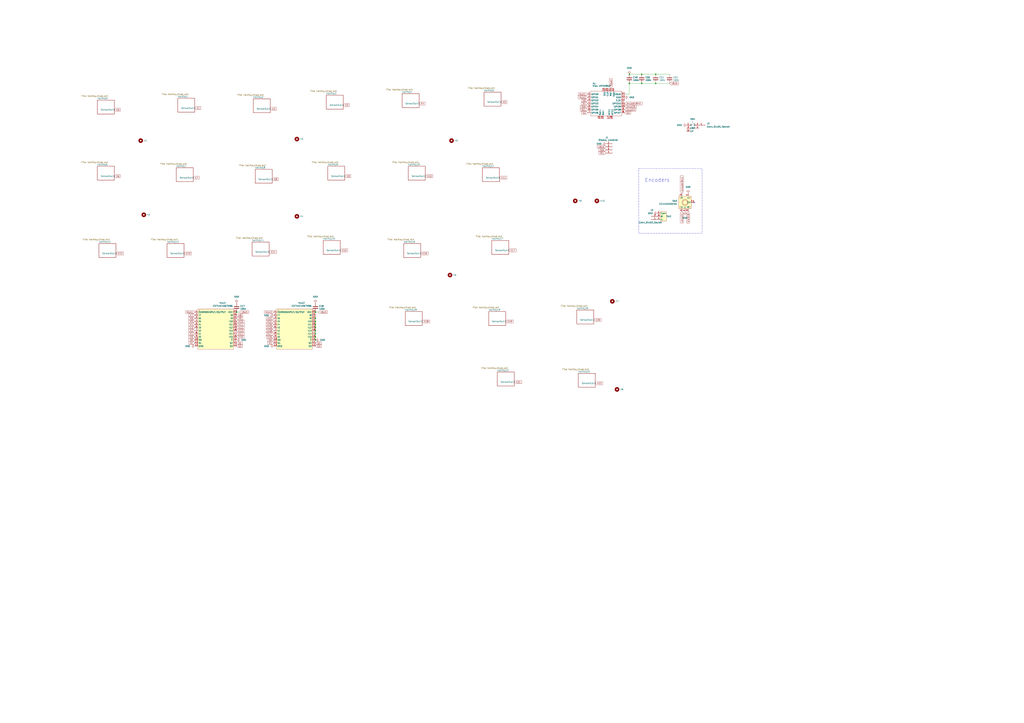
<source format=kicad_sch>
(kicad_sch (version 20250114) (generator "eeschema") (generator_version "9.0")
  (paper "A1")
  (lib_symbols
    (symbol "Connector:Conn_01x01_Socket" (pin_names (offset 1.016) (hide yes))
      (property "Reference" "J" (at 0 2.54 0))
      (property "Value" "Conn_01x01_Socket" (at 0 -2.54 0))
      (symbol "Conn_01x01_Socket_1_1"
        (polyline (pts (xy -1.27 0) (xy -0.508 0)) (stroke (width 0.1524)))
        (arc (start 0 -0.508) (mid -0.5058 0) (end 0 0.508) (stroke (width 0.1524)))
        (pin passive line (at -5.08 0 0) (length 3.81) (name "Pin_1") (number "1"))
      )
    )
    (symbol "Connector:Conn_01x02_Socket" (pin_names (offset 1.016) (hide yes))
      (property "Reference" "J" (at 0 2.54 0))
      (property "Value" "Conn_01x02_Socket" (at 0 -5.08 0))
      (symbol "Conn_01x02_Socket_1_1"
        (polyline (pts (xy -1.27 0) (xy -0.508 0)) (stroke (width 0.1524)))
        (polyline (pts (xy -1.27 -2.54) (xy -0.508 -2.54)) (stroke (width 0.1524)))
        (arc (start 0 -0.508) (mid -0.5058 0) (end 0 0.508) (stroke (width 0.1524)))
        (arc (start 0 -3.048) (mid -0.5058 -2.54) (end 0 -2.032) (stroke (width 0.1524)))
        (pin passive line (at -5.08 0 0) (length 3.81) (name "Pin_1") (number "1"))
        (pin passive line (at -5.08 -2.54 0) (length 3.81) (name "Pin_2") (number "2"))
      )
    )
    (symbol "Connector:Conn_01x04_Socket" (pin_names (offset 1.016) (hide yes))
      (property "Reference" "J" (at 0 5.08 0))
      (property "Value" "Conn_01x04_Socket" (at 0 -7.62 0))
      (symbol "Conn_01x04_Socket_1_1"
        (polyline (pts (xy -1.27 2.54) (xy -0.508 2.54)) (stroke (width 0.1524)))
        (polyline (pts (xy -1.27 0) (xy -0.508 0)) (stroke (width 0.1524)))
        (polyline (pts (xy -1.27 -2.54) (xy -0.508 -2.54)) (stroke (width 0.1524)))
        (polyline (pts (xy -1.27 -5.08) (xy -0.508 -5.08)) (stroke (width 0.1524)))
        (arc (start 0 2.032) (mid -0.5058 2.54) (end 0 3.048) (stroke (width 0.1524)))
        (arc (start 0 -0.508) (mid -0.5058 0) (end 0 0.508) (stroke (width 0.1524)))
        (arc (start 0 -3.048) (mid -0.5058 -2.54) (end 0 -2.032) (stroke (width 0.1524)))
        (arc (start 0 -5.588) (mid -0.5058 -5.08) (end 0 -4.572) (stroke (width 0.1524)))
        (pin passive line (at -5.08 2.54 0) (length 3.81) (name "Pin_1") (number "1"))
        (pin passive line (at -5.08 0 0) (length 3.81) (name "Pin_2") (number "2"))
        (pin passive line (at -5.08 -2.54 0) (length 3.81) (name "Pin_3") (number "3"))
        (pin passive line (at -5.08 -5.08 0) (length 3.81) (name "Pin_4") (number "4"))
      )
    )
    (symbol "Device:C" (pin_numbers (hide yes)) (pin_names (offset 0.254))
      (property "Reference" "C" (at 0.635 2.54 0))
      (property "Value" "C" (at 0.635 -2.54 0))
      (symbol "C_0_1"
        (polyline (pts (xy -2.032 0.762) (xy 2.032 0.762)) (stroke (width 0.508)))
        (polyline (pts (xy -2.032 -0.762) (xy 2.032 -0.762)) (stroke (width 0.508)))
      )
      (symbol "C_1_1"
        (pin passive line (at 0 3.81 270) (length 2.794) (name "~") (number "1"))
        (pin passive line (at 0 -3.81 90) (length 2.794) (name "~") (number "2"))
      )
    )
    (symbol "GND_1" (power) (pin_numbers (hide yes)) (pin_names (offset 0) (hide yes))
      (property "Value" "GND" (at 0 -3.81 0))
      (symbol "GND_1_0_1"
        (polyline (pts (xy 0 0) (xy 0 -1.27) (xy 1.27 -1.27) (xy 0 -2.54) (xy -1.27 -1.27) (xy 0 -1.27)))
      )
      (symbol "GND_1_1_1"
        (pin power_in line (at 0 0 270) (length 0) (name "~") (number "1"))
      )
    )
    (symbol "GND_2" (power) (pin_numbers (hide yes)) (pin_names (offset 0) (hide yes))
      (property "Value" "GND" (at 0 -3.81 0))
      (symbol "GND_2_0_1"
        (polyline (pts (xy 0 0) (xy 0 -1.27) (xy 1.27 -1.27) (xy 0 -2.54) (xy -1.27 -1.27) (xy 0 -1.27)))
      )
      (symbol "GND_2_1_1"
        (pin power_in line (at 0 0 270) (length 0) (name "~") (number "1"))
      )
    )
    (symbol "GND_3" (power) (pin_numbers (hide yes)) (pin_names (offset 0) (hide yes))
      (property "Value" "GND" (at 0 -3.81 0))
      (symbol "GND_3_0_1"
        (polyline (pts (xy 0 0) (xy 0 -1.27) (xy 1.27 -1.27) (xy 0 -2.54) (xy -1.27 -1.27) (xy 0 -1.27)))
      )
      (symbol "GND_3_1_1"
        (pin power_in line (at 0 0 270) (length 0) (name "~") (number "1"))
      )
    )
    (symbol "GND_4" (power) (pin_numbers (hide yes)) (pin_names (offset 0) (hide yes))
      (property "Value" "GND" (at 0 -3.81 0))
      (symbol "GND_4_0_1"
        (polyline (pts (xy 0 0) (xy 0 -1.27) (xy 1.27 -1.27) (xy 0 -2.54) (xy -1.27 -1.27) (xy 0 -1.27)))
      )
      (symbol "GND_4_1_1"
        (pin power_in line (at 0 0 270) (length 0) (name "~") (number "1"))
      )
    )
    (symbol "Mechanical:MountingHole" (pin_names (offset 1.016))
      (property "Reference" "H" (at 0 5.08 0))
      (property "Value" "MountingHole" (at 0 3.175 0))
      (symbol "MountingHole_0_1"
        (circle (center 0 0) (radius 1.27) (stroke (width 1.27)))
      )
    )
    (symbol "power:GND" (power) (pin_names (offset 0))
      (property "Value" "GND" (at 0 -3.81 0))
      (symbol "GND_0_1"
        (polyline (pts (xy 0 0) (xy 0 -1.27) (xy 1.27 -1.27) (xy 0 -2.54) (xy -1.27 -1.27) (xy 0 -1.27)))
      )
      (symbol "GND_1_1"
        (pin power_in line (at 0 0 270) (length 0) (hide yes) (name "GND") (number "1"))
      )
    )
    (symbol "symbolLib:CD74HC4067M96"
      (property "Reference" "mux1" (at 5.08 21.59 0))
      (property "Value" "CD74HC4067M96" (at 5.08 19.05 0))
      (symbol "CD74HC4067M96_0_1"
        (rectangle (start -15.24 16.51) (end 13.97 -16.51) (fill (type background)))
        (circle (center -13.97 15.24) (radius 0.38))
        (pin unspecified line (at -17.78 13.97 0) (length 2.54) (name "COMMONINPUT/OUTPUT") (number "1"))
        (pin unspecified line (at -17.78 11.43 0) (length 2.54) (name "I7") (number "2"))
        (pin unspecified line (at -17.78 8.89 0) (length 2.54) (name "I6") (number "3"))
        (pin unspecified line (at -17.78 6.35 0) (length 2.54) (name "I5") (number "4"))
        (pin unspecified line (at -17.78 3.81 0) (length 2.54) (name "I4") (number "5"))
        (pin unspecified line (at -17.78 1.27 0) (length 2.54) (name "I3") (number "6"))
        (pin unspecified line (at -17.78 -1.27 0) (length 2.54) (name "I2") (number "7"))
        (pin unspecified line (at -17.78 -3.81 0) (length 2.54) (name "I1") (number "8"))
        (pin unspecified line (at -17.78 -6.35 0) (length 2.54) (name "I0") (number "9"))
        (pin unspecified line (at -17.78 -8.89 0) (length 2.54) (name "S0") (number "10"))
        (pin unspecified line (at -17.78 -11.43 0) (length 2.54) (name "S1") (number "11"))
        (pin unspecified line (at -17.78 -13.97 0) (length 2.54) (name "GND") (number "12"))
        (pin unspecified line (at 16.51 13.97 180) (length 2.54) (name "VCC") (number "24"))
        (pin unspecified line (at 16.51 11.43 180) (length 2.54) (name "I8") (number "23"))
        (pin unspecified line (at 16.51 8.89 180) (length 2.54) (name "I9") (number "22"))
        (pin unspecified line (at 16.51 6.35 180) (length 2.54) (name "I10") (number "21"))
        (pin unspecified line (at 16.51 3.81 180) (length 2.54) (name "I11") (number "20"))
        (pin unspecified line (at 16.51 1.27 180) (length 2.54) (name "I12") (number "19"))
        (pin unspecified line (at 16.51 -1.27 180) (length 2.54) (name "I13") (number "18"))
        (pin unspecified line (at 16.51 -3.81 180) (length 2.54) (name "I14") (number "17"))
        (pin unspecified line (at 16.51 -6.35 180) (length 2.54) (name "I15") (number "16"))
        (pin unspecified line (at 16.51 -8.89 180) (length 2.54) (name "~{E}") (number "15"))
        (pin unspecified line (at 16.51 -11.43 180) (length 2.54) (name "S2") (number "14"))
        (pin unspecified line (at 16.51 -13.97 180) (length 2.54) (name "S3") (number "13"))
      )
    )
    (symbol "symbolLib:EC11N1520401"
      (property "Reference" "SW" (at 0 12.7 0))
      (property "Value" "EC11N1520401" (at 0 -12.7 0))
      (symbol "EC11N1520401_0_1"
        (rectangle (start -5.08 5.08) (end 5.08 -5.08) (fill (type background)))
        (circle (center -3.81 3.81) (radius 0.64))
        (circle (center -3.81 -3.81) (radius 0.64))
        (circle (center 0 0) (radius 1.91))
        (circle (center 0 0) (radius 2.54))
        (circle (center 3.81 3.81) (radius 0.64))
        (circle (center 3.81 -3.81) (radius 0.64))
        (pin unspecified line (at -2.54 7.62 270) (length 2.54) (name "D") (number "D"))
        (pin unspecified line (at -2.54 -7.62 90) (length 2.54) (name "A") (number "A"))
        (pin unspecified line (at 0 -7.62 90) (length 2.54) (name "C") (number "C"))
        (pin unspecified line (at 2.54 7.62 270) (length 2.54) (name "E") (number "E"))
        (pin unspecified line (at 2.54 -7.62 90) (length 2.54) (name "B") (number "B"))
        (pin unspecified line (at 7.62 0 180) (length 2.54) (name "EH") (number "EH"))
      )
    )
    (symbol "symbolLib:Seeed_Studio_Xiao_nRF52840"
      (property "Reference" "H1" (at -7.366 16.256 0))
      (property "Value" "Xiao nRF52840" (at -7.4579 14.478 0))
      (symbol "Seeed_Studio_Xiao_nRF52840_0_1"
        (rectangle (start -8.89 10.16) (end 16.51 -10.16))
      )
      (symbol "Seeed_Studio_Xiao_nRF52840_1_1"
        (pin input line (at -11.43 7.62 0) (length 2.54) (name "GPIO0") (number "1"))
        (pin input line (at -11.43 5.08 0) (length 2.54) (name "GPIO1") (number "2"))
        (pin input line (at -11.43 2.54 0) (length 2.54) (name "GPIO2") (number "3"))
        (pin input line (at -11.43 0 0) (length 2.54) (name "GPIO3") (number "4"))
        (pin input line (at -11.43 -2.54 0) (length 2.54) (name "GPIO4") (number "5"))
        (pin input line (at -11.43 -5.08 0) (length 2.54) (name "GPIO5") (number "6"))
        (pin input line (at -11.43 -7.62 0) (length 2.54) (name "GPIO6") (number "7"))
        (pin input line (at -1.27 -12.7 90) (length 2.54) (name "Bat+") (number "15"))
        (pin input line (at 1.27 -12.7 90) (length 2.54) (name "Bat-") (number "16"))
        (pin input line (at 2.54 12.7 270) (length 2.54) (name "DIO") (number "19"))
        (pin input line (at 5.08 12.7 270) (length 2.54) (name "CLR") (number "20"))
        (pin input line (at 6.35 -12.7 90) (length 2.54) (name "NFC1") (number "17"))
        (pin input line (at 7.62 12.7 270) (length 2.54) (name "RST") (number "21"))
        (pin input line (at 8.89 -12.7 90) (length 2.54) (name "NFC2") (number "18"))
        (pin input line (at 10.16 12.7 270) (length 2.54) (name "GND") (number "22"))
        (pin input line (at 19.05 7.62 180) (length 2.54) (name "VBUS") (number "14"))
        (pin input line (at 19.05 5.08 180) (length 2.54) (name "GND") (number "13"))
        (pin input line (at 19.05 2.54 180) (length 2.54) (name "3.3V") (number "12"))
        (pin input line (at 19.05 0 180) (length 2.54) (name "GPIO10") (number "11"))
        (pin input line (at 19.05 -2.54 180) (length 2.54) (name "GPIO9") (number "10"))
        (pin input line (at 19.05 -5.08 180) (length 2.54) (name "GPIO8") (number "9"))
        (pin input line (at 19.05 -7.62 180) (length 2.54) (name "GPIO7") (number "8"))
      )
    )
    (symbol "symbolLib:TCEPQR_0_1"
      (symbol "TCEPQR_0_1_1_1"
        (polyline (pts (xy -2.54 0) (xy 2.54 0)))
        (polyline (pts (xy -2.54 -2.54) (xy -2.54 0)))
        (circle (center -2.03 2.54) (radius 0.51))
        (polyline (pts (xy 2.03 4.06) (xy -2.03 3.05)))
        (circle (center 2.03 2.54) (radius 0.51))
        (pin unspecified line (at -5.08 2.54 0) (length 2.54) (name "1") (number "1"))
        (pin unspecified line (at -5.08 0 0) (length 2.54) (name "EP") (number "3"))
        (pin unspecified line (at -5.08 -2.54 0) (length 2.54) (name "EP") (number "5"))
        (pin unspecified line (at 5.08 2.54 180) (length 2.54) (name "2") (number "2"))
        (pin unspecified line (at 5.08 0 180) (length 2.54) (name "EP") (number "4"))
      )
    )
    (symbol "symbolLib:mouseEncoder"
      (property "Reference" "SW" (at 0 4.826 0))
      (symbol "mouseEncoder_1_1"
        (rectangle (start -3.81 3.81) (end 3.81 -1.27) (fill (type background)))
        (pin input line (at -2.54 -3.81 90) (length 2.54) (name "Com") (number "C"))
        (pin output line (at 0 -3.81 90) (length 2.54) (name "B") (number "B"))
        (pin output line (at 2.54 -3.81 90) (length 2.54) (name "A") (number "A"))
      )
    )
  )
  (rectangle (start 524.51 138.43) (end 576.58 191.77) (stroke (width 0) (type dash)))
  (text "Encoders" (at 529.59 149.86 0) (effects (font (size 3 3)) (justify left bottom)))
  (junction (at 194.31 256.54))
  (junction (at 538.48 68.58))
  (junction (at 516.89 68.58))
  (junction (at 259.08 279.4))
  (junction (at 259.08 256.54))
  (junction (at 259.08 261.62))
  (junction (at 259.08 264.16))
  (junction (at 259.08 274.32))
  (junction (at 527.05 60.96))
  (junction (at 527.05 68.58))
  (junction (at 259.08 266.7))
  (junction (at 516.89 60.96))
  (junction (at 538.48 60.96))
  (junction (at 259.08 269.24))
  (junction (at 259.08 276.86))
  (junction (at 259.08 271.78))
  (no_connect (at 570.23 166.37))
  (wire (pts (xy 516.89 60.96) (xy 527.05 60.96)))
  (wire (pts (xy 538.48 68.58) (xy 549.91 68.58)))
  (wire (pts (xy 527.05 60.96) (xy 538.48 60.96)))
  (wire (pts (xy 527.05 68.58) (xy 538.48 68.58)))
  (wire (pts (xy 196.85 256.54) (xy 194.31 256.54)))
  (wire (pts (xy 259.08 259.08) (xy 259.08 261.62)))
  (wire (pts (xy 259.08 271.78) (xy 259.08 274.32)))
  (wire (pts (xy 259.08 269.24) (xy 259.08 271.78)))
  (wire (pts (xy 516.89 68.58) (xy 527.05 68.58)))
  (wire (pts (xy 259.08 276.86) (xy 259.08 279.4)))
  (wire (pts (xy 259.08 274.32) (xy 259.08 276.86)))
  (wire (pts (xy 513.08 77.47) (xy 516.89 77.47)))
  (wire (pts (xy 93.98 90.17) (xy 94 90.17)))
  (wire (pts (xy 259.08 264.16) (xy 259.08 266.7)))
  (wire (pts (xy 259.08 261.62) (xy 259.08 264.16)))
  (wire (pts (xy 261.62 256.54) (xy 259.08 256.54)))
  (wire (pts (xy 538.48 60.96) (xy 549.91 60.96)))
  (wire (pts (xy 516.89 77.47) (xy 516.89 68.58)))
  (wire (pts (xy 259.08 266.7) (xy 259.08 269.24)))
  (global_label "K7" (shape input) (at 160.02 259.08 180) (property "Intersheetrefs" "${INTERSHEET_REFS}" (effects (hide yes))))
  (global_label "encoderBtn1" (shape input) (at 513.08 85.09 0) (property "Intersheetrefs" "${INTERSHEET_REFS}" (effects (hide yes))))
  (global_label "K11" (shape input) (at 410.21 146.05 0) (property "Intersheetrefs" "${INTERSHEET_REFS}" (effects (hide yes))))
  (global_label "K4" (shape input) (at 344.17 85.09 0) (property "Intersheetrefs" "${INTERSHEET_REFS}" (effects (hide yes))))
  (global_label "K10" (shape input) (at 194.31 264.16 0) (property "Intersheetrefs" "${INTERSHEET_REFS}" (effects (hide yes))))
  (global_label "K0" (shape input) (at 160.02 276.86 180) (property "Intersheetrefs" "${INTERSHEET_REFS}" (effects (hide yes))))
  (global_label "K17" (shape input) (at 417.83 205.74 0) (property "Intersheetrefs" "${INTERSHEET_REFS}" (effects (hide yes))))
  (global_label "K6" (shape input) (at 93.98 144.78 0) (property "Intersheetrefs" "${INTERSHEET_REFS}" (effects (hide yes))))
  (global_label "VBUS" (shape input) (at 196.85 256.54 0) (property "Intersheetrefs" "${INTERSHEET_REFS}" (effects (hide yes))))
  (global_label "K21" (shape input) (at 224.79 264.16 180) (property "Intersheetrefs" "${INTERSHEET_REFS}" (effects (hide yes))))
  (global_label "K20" (shape input) (at 487.68 262.89 0) (property "Intersheetrefs" "${INTERSHEET_REFS}" (effects (hide yes))))
  (global_label "K15" (shape input) (at 194.31 276.86 0) (property "Intersheetrefs" "${INTERSHEET_REFS}" (effects (hide yes))))
  (global_label "K2" (shape input) (at 160.02 271.78 180) (property "Intersheetrefs" "${INTERSHEET_REFS}" (effects (hide yes))))
  (global_label "enco1B" (shape input) (at 565.15 173.99 270) (property "Intersheetrefs" "${INTERSHEET_REFS}" (effects (hide yes))))
  (global_label "S1" (shape input) (at 482.6 85.09 180) (property "Intersheetrefs" "${INTERSHEET_REFS}" (effects (hide yes))))
  (global_label "S2" (shape input) (at 194.31 281.94 0) (property "Intersheetrefs" "${INTERSHEET_REFS}" (effects (hide yes))))
  (global_label "K11" (shape input) (at 194.31 266.7 0) (property "Intersheetrefs" "${INTERSHEET_REFS}" (effects (hide yes))))
  (global_label "K2" (shape input) (at 221.996 89.408 0) (property "Intersheetrefs" "${INTERSHEET_REFS}" (effects (hide yes))))
  (global_label "K1" (shape input) (at 160.02 274.32 180) (property "Intersheetrefs" "${INTERSHEET_REFS}" (effects (hide yes))))
  (global_label "K12" (shape input) (at 95.25 208.28 0) (property "Intersheetrefs" "${INTERSHEET_REFS}" (effects (hide yes))))
  (global_label "S0" (shape input) (at 482.6 82.55 180) (property "Intersheetrefs" "${INTERSHEET_REFS}" (effects (hide yes))))
  (global_label "K15" (shape input) (at 279.4 205.74 0) (property "Intersheetrefs" "${INTERSHEET_REFS}" (effects (hide yes))))
  (global_label "K10" (shape input) (at 349.25 144.78 0) (property "Intersheetrefs" "${INTERSHEET_REFS}" (effects (hide yes))))
  (global_label "K12" (shape input) (at 194.31 269.24 0) (property "Intersheetrefs" "${INTERSHEET_REFS}" (effects (hide yes))))
  (global_label "MUX2" (shape input) (at 224.79 256.54 180) (property "Intersheetrefs" "${INTERSHEET_REFS}" (effects (hide yes))))
  (global_label "S3" (shape input) (at 259.08 284.48 0) (property "Intersheetrefs" "${INTERSHEET_REFS}" (effects (hide yes))))
  (global_label "K13" (shape input) (at 151.13 208.28 0) (property "Intersheetrefs" "${INTERSHEET_REFS}" (effects (hide yes))))
  (global_label "K19" (shape input) (at 415.29 264.16 0) (property "Intersheetrefs" "${INTERSHEET_REFS}" (effects (hide yes))))
  (global_label "MUX1" (shape input) (at 482.6 77.47 180) (property "Intersheetrefs" "${INTERSHEET_REFS}" (effects (hide yes))))
  (global_label "S0" (shape input) (at 224.79 279.4 180) (property "Intersheetrefs" "${INTERSHEET_REFS}" (effects (hide yes))))
  (global_label "K9" (shape input) (at 194.31 261.62 0) (property "Intersheetrefs" "${INTERSHEET_REFS}" (effects (hide yes))))
  (global_label "S1" (shape input) (at 224.79 281.94 180) (property "Intersheetrefs" "${INTERSHEET_REFS}" (effects (hide yes))))
  (global_label "K0" (shape input) (at 93.98 90.17 0) (property "Intersheetrefs" "${INTERSHEET_REFS}" (effects (hide yes))))
  (global_label "VBUS" (shape input) (at 549.91 68.58 0) (property "Intersheetrefs" "${INTERSHEET_REFS}" (effects (hide yes))))
  (global_label "SCL" (shape input) (at 482.6 90.17 180) (property "Intersheetrefs" "${INTERSHEET_REFS}" (effects (hide yes))))
  (global_label "K16" (shape input) (at 224.79 276.86 180) (property "Intersheetrefs" "${INTERSHEET_REFS}" (effects (hide yes))))
  (global_label "S2" (shape input) (at 482.6 92.71 180) (property "Intersheetrefs" "${INTERSHEET_REFS}" (effects (hide yes))))
  (global_label "enco1A" (shape input) (at 513.08 90.17 0) (property "Intersheetrefs" "${INTERSHEET_REFS}" (effects (hide yes))))
  (global_label "MUX1" (shape input) (at 160.02 256.54 180) (property "Intersheetrefs" "${INTERSHEET_REFS}" (effects (hide yes))))
  (global_label "K5" (shape input) (at 411.48 83.82 0) (property "Intersheetrefs" "${INTERSHEET_REFS}" (effects (hide yes))))
  (global_label "K22" (shape input) (at 488.95 314.96 0) (property "Intersheetrefs" "${INTERSHEET_REFS}" (effects (hide yes))))
  (global_label "S2" (shape input) (at 259.08 281.94 0) (property "Intersheetrefs" "${INTERSHEET_REFS}" (effects (hide yes))))
  (global_label "K14" (shape input) (at 194.31 274.32 0) (property "Intersheetrefs" "${INTERSHEET_REFS}" (effects (hide yes))))
  (global_label "SDA" (shape input) (at 497.84 123.19 180) (property "Intersheetrefs" "${INTERSHEET_REFS}" (effects (hide yes))))
  (global_label "VBUS" (shape input) (at 497.84 120.65 180) (property "Intersheetrefs" "${INTERSHEET_REFS}" (effects (hide yes))))
  (global_label "K9" (shape input) (at 283.21 144.78 0) (property "Intersheetrefs" "${INTERSHEET_REFS}" (effects (hide yes))))
  (global_label "K22" (shape input) (at 224.79 261.62 180) (property "Intersheetrefs" "${INTERSHEET_REFS}" (effects (hide yes))))
  (global_label "K19" (shape input) (at 224.79 269.24 180) (property "Intersheetrefs" "${INTERSHEET_REFS}" (effects (hide yes))))
  (global_label "K17" (shape input) (at 224.79 274.32 180) (property "Intersheetrefs" "${INTERSHEET_REFS}" (effects (hide yes))))
  (global_label "K7" (shape input) (at 158.75 146.05 0) (property "Intersheetrefs" "${INTERSHEET_REFS}" (effects (hide yes))))
  (global_label "S3" (shape input) (at 513.08 92.71 0) (property "Intersheetrefs" "${INTERSHEET_REFS}" (effects (hide yes))))
  (global_label "K20" (shape input) (at 224.79 266.7 180) (property "Intersheetrefs" "${INTERSHEET_REFS}" (effects (hide yes))))
  (global_label "S1" (shape input) (at 160.02 281.94 180) (property "Intersheetrefs" "${INTERSHEET_REFS}" (effects (hide yes))))
  (global_label "SCL" (shape input) (at 497.84 125.73 180) (property "Intersheetrefs" "${INTERSHEET_REFS}" (effects (hide yes))))
  (global_label "S3" (shape input) (at 194.31 284.48 0) (property "Intersheetrefs" "${INTERSHEET_REFS}" (effects (hide yes))))
  (global_label "Reset" (shape input) (at 501.65 72.39 90) (property "Intersheetrefs" "${INTERSHEET_REFS}" (effects (hide yes))))
  (global_label "K16" (shape input) (at 345.44 208.28 0) (property "Intersheetrefs" "${INTERSHEET_REFS}" (effects (hide yes))))
  (global_label "K3" (shape input) (at 160.02 269.24 180) (property "Intersheetrefs" "${INTERSHEET_REFS}" (effects (hide yes))))
  (global_label "K3" (shape input) (at 281.94 86.36 0) (property "Intersheetrefs" "${INTERSHEET_REFS}" (effects (hide yes))))
  (global_label "S0" (shape input) (at 160.02 279.4 180) (property "Intersheetrefs" "${INTERSHEET_REFS}" (effects (hide yes))))
  (global_label "enco1A" (shape input) (at 560.07 173.99 270) (property "Intersheetrefs" "${INTERSHEET_REFS}" (effects (hide yes))))
  (global_label "K1" (shape input) (at 160.02 88.9 0) (property "Intersheetrefs" "${INTERSHEET_REFS}" (effects (hide yes))))
  (global_label "K21" (shape input) (at 422.402 313.944 0) (property "Intersheetrefs" "${INTERSHEET_REFS}" (effects (hide yes))))
  (global_label "MUX2" (shape input) (at 482.6 80.01 180) (property "Intersheetrefs" "${INTERSHEET_REFS}" (effects (hide yes))))
  (global_label "encoderBtn1" (shape input) (at 560.07 158.75 90) (property "Intersheetrefs" "${INTERSHEET_REFS}" (effects (hide yes))))
  (global_label "K4" (shape input) (at 160.02 266.7 180) (property "Intersheetrefs" "${INTERSHEET_REFS}" (effects (hide yes))))
  (global_label "K8" (shape input) (at 194.31 259.08 0) (property "Intersheetrefs" "${INTERSHEET_REFS}" (effects (hide yes))))
  (global_label "SDA" (shape input) (at 482.6 87.63 180) (property "Intersheetrefs" "${INTERSHEET_REFS}" (effects (hide yes))))
  (global_label "K18" (shape input) (at 224.79 271.78 180) (property "Intersheetrefs" "${INTERSHEET_REFS}" (effects (hide yes))))
  (global_label "K5" (shape input) (at 160.02 264.16 180) (property "Intersheetrefs" "${INTERSHEET_REFS}" (effects (hide yes))))
  (global_label "K13" (shape input) (at 194.31 271.78 0) (property "Intersheetrefs" "${INTERSHEET_REFS}" (effects (hide yes))))
  (global_label "K8" (shape input) (at 223.52 147.32 0) (property "Intersheetrefs" "${INTERSHEET_REFS}" (effects (hide yes))))
  (global_label "enco1B" (shape input) (at 513.08 87.63 0) (property "Intersheetrefs" "${INTERSHEET_REFS}" (effects (hide yes))))
  (global_label "K18" (shape input) (at 346.71 264.16 0) (property "Intersheetrefs" "${INTERSHEET_REFS}" (effects (hide yes))))
  (global_label "K6" (shape input) (at 160.02 261.62 180) (property "Intersheetrefs" "${INTERSHEET_REFS}" (effects (hide yes))))
  (global_label "VBUS" (shape input) (at 261.62 256.54 0) (property "Intersheetrefs" "${INTERSHEET_REFS}" (effects (hide yes))))
  (global_label "K14" (shape input) (at 220.98 207.01 0) (property "Intersheetrefs" "${INTERSHEET_REFS}" (effects (hide yes))))
  (symbol (lib_id "Connector:Conn_01x01_Socket") (at 579.12 102.87 0) (unit 1)
    (property "Reference" "J2" (at 580.39 101.5999 0) (effects (justify left)))
    (property "Value" "Conn_01x01_Socket" (at 580.39 104.1399 0) (effects (justify left)))
    (property "Footprint" "Connector_PinHeader_1.27mm:PinHeader_1x01_P1.27mm_Vertical" (effects (hide yes)))
    (property "Description" "Generic connector, single row, 01x01, script generated" (effects (hide yes)))
  )
  (symbol (lib_id "Device:C") (at 194.31 252.73 0) (unit 1)
    (property "Reference" "C47" (at 197.231 251.5616 0) (effects (justify left)))
    (property "Value" "100n" (at 197.231 253.873 0) (effects (justify left)))
    (property "Footprint" "Capacitor_SMD:C_0805_2012Metric_Pad1.18x1.45mm_HandSolder" (effects (hide yes)))
    (property "LCSC" "C1525" (effects (hide yes)))
  )
  (symbol (lib_id "Mechanical:MountingHole") (at 502.92 247.65 0) (unit 1)
    (property "Reference" "H7" (at 505.46 247.6499 0) (effects (justify left)))
    (property "Value" "MountingHole" (effects (hide yes)))
    (property "Footprint" "MountingHole:MountingHole_2.2mm_M2" (effects (hide yes)))
  )
  (symbol (lib_id "Mechanical:MountingHole") (at 506.73 320.04 0) (unit 1)
    (property "Reference" "H8" (at 509.27 320.0399 0) (effects (justify left)))
    (property "Value" "MountingHole" (effects (hide yes)))
    (property "Footprint" "MountingHole:MountingHole_2.2mm_M2" (effects (hide yes)))
  )
  (symbol (lib_id "Device:C") (at 516.89 64.77 0) (unit 1)
    (property "Reference" "C49" (at 519.811 63.6016 0) (effects (justify left)))
    (property "Value" "100n" (at 519.811 65.913 0) (effects (justify left)))
    (property "Footprint" "Capacitor_SMD:C_0805_2012Metric_Pad1.18x1.45mm_HandSolder" (effects (hide yes)))
    (property "LCSC" "C52923" (effects (hide yes)))
  )
  (symbol (lib_id "power:GND") (at 562.61 173.99 0) (unit 1)
    (property "Reference" "#PWR03" (effects (hide yes)))
    (property "Value" "GND" (at 562.61 179.07 0))
  )
  (symbol (lib_name "GND_2") (lib_id "power:GND") (at 563.88 102.87 270) (unit 1)
    (property "Reference" "#PWR061" (effects (hide yes)))
    (property "Value" "GND" (at 560.07 102.8699 90) (effects (justify right)))
    (property "Description" "Power symbol creates a global label with name \"GND\" , ground" (effects (hide yes)))
  )
  (symbol (lib_name "GND_2") (lib_id "power:GND") (at 259.08 279.4 90) (unit 1)
    (property "Reference" "#PWR051" (effects (hide yes)))
    (property "Value" "GND" (at 262.89 279.3999 90) (effects (justify right)))
    (property "Description" "Power symbol creates a global label with name \"GND\" , ground" (effects (hide yes)))
  )
  (symbol (lib_name "GND_2") (lib_id "power:GND") (at 513.08 80.01 90) (unit 1)
    (property "Reference" "#PWR054" (effects (hide yes)))
    (property "Value" "GND" (at 516.89 80.0099 90) (effects (justify right)))
    (property "Description" "Power symbol creates a global label with name \"GND\" , ground" (effects (hide yes)))
  )
  (symbol (lib_id "Connector:Conn_01x04_Socket") (at 502.92 120.65 0) (unit 1)
    (property "Reference" "J1" (at 498.348 113.03 0))
    (property "Value" "Display conector" (at 499.618 115.062 0))
    (property "Footprint" "Connector_PinHeader_1.00mm:PinHeader_1x04_P1.00mm_Vertical" (effects (hide yes)))
    (property "Description" "Generic connector, single row, 01x04, script generated" (effects (hide yes)))
  )
  (symbol (lib_id "Device:C") (at 538.48 64.77 0) (unit 1)
    (property "Reference" "C51" (at 541.401 63.6016 0) (effects (justify left)))
    (property "Value" "100n" (at 541.401 65.913 0) (effects (justify left)))
    (property "Footprint" "Capacitor_SMD:C_0805_2012Metric_Pad1.18x1.45mm_HandSolder" (effects (hide yes)))
    (property "LCSC" "C1525" (effects (hide yes)))
  )
  (symbol (lib_id "Mechanical:MountingHole") (at 370.84 115.57 0) (unit 1)
    (property "Reference" "H5" (at 373.38 115.5699 0) (effects (justify left)))
    (property "Value" "MountingHole" (effects (hide yes)))
    (property "Footprint" "MountingHole:MountingHole_2.2mm_M2" (effects (hide yes)))
  )
  (symbol (lib_id "Mechanical:MountingHole") (at 115.57 115.57 0) (unit 1)
    (property "Reference" "H1" (at 118.11 115.5699 0) (effects (justify left)))
    (property "Value" "MountingHole" (effects (hide yes)))
    (property "Footprint" "MountingHole:MountingHole_2.2mm_M2" (effects (hide yes)))
  )
  (symbol (lib_id "symbolLib:CD74HC4067M96") (at 242.57 270.51 0) (unit 1)
    (property "Reference" "mux2" (at 247.65 248.92 0))
    (property "Value" "CD74HC4067M96" (at 247.65 251.46 0))
    (property "Footprint" "footprints:SOIC-24_L15.4-W7.5-P1.27-LS10.3-BL" (effects (hide yes)))
    (property "Datasheet" "https://lcsc.com/product-detail/New-Arrivals_Texas-Instruments-Texas-Instruments-CD74HC4067M96_C496123.html" (effects (hide yes)))
    (property "LCSC Part" "C496123" (effects (hide yes)))
  )
  (symbol (lib_name "GND_1") (lib_id "power:GND") (at 160.02 284.48 270) (unit 1)
    (property "Reference" "#PWR052" (effects (hide yes)))
    (property "Value" "GND" (at 156.21 284.4799 90) (effects (justify right)))
    (property "Description" "Power symbol creates a global label with name \"GND\" , ground" (effects (hide yes)))
  )
  (symbol (lib_id "Mechanical:MountingHole") (at 369.57 226.06 0) (unit 1)
    (property "Reference" "H6" (at 372.11 226.0599 0) (effects (justify left)))
    (property "Value" "MountingHole" (effects (hide yes)))
    (property "Footprint" "MountingHole:MountingHole_2.2mm_M2" (effects (hide yes)))
  )
  (symbol (lib_id "symbolLib:mouseEncoder") (at 543.56 177.8 270) (unit 1)
    (property "Reference" "SW1" (at 547.37 177.8 90) (effects (justify left)))
    (property "Value" "~" (at 543.56 177.8 0))
    (property "Footprint" "footprints:SW-TH_EC10EXXXXXXX" (effects (hide yes)))
  )
  (symbol (lib_id "symbolLib:EC11N1520401") (at 562.61 166.37 0) (unit 1)
    (property "Reference" "SW3" (at 556.26 165.1 0) (effects (justify right)))
    (property "Value" "EC11N1520401" (at 556.26 167.64 0) (effects (justify right)))
    (property "Footprint" "footprints:SW-TH_EC11NXXXX" (effects (hide yes)))
    (property "Datasheet" "https://lcsc.com/product-detail/Coded-Rotary-Switches_ALPS-Electric-EC11N1520401_C470703.html" (effects (hide yes)))
    (property "LCSC Part" "C470703" (effects (hide yes)))
  )
  (symbol (lib_id "Mechanical:MountingHole") (at 243.84 114.3 0) (unit 1)
    (property "Reference" "H3" (at 246.38 114.2999 0) (effects (justify left)))
    (property "Value" "MountingHole" (effects (hide yes)))
    (property "Footprint" "MountingHole:MountingHole_2.2mm_M2" (effects (hide yes)))
  )
  (symbol (lib_id "Mechanical:MountingHole") (at 243.84 177.8 0) (unit 1)
    (property "Reference" "H4" (at 246.38 177.7999 0) (effects (justify left)))
    (property "Value" "MountingHole" (effects (hide yes)))
    (property "Footprint" "MountingHole:MountingHole_2.2mm_M2" (effects (hide yes)))
  )
  (symbol (lib_id "Mechanical:MountingHole") (at 490.22 165.1 0) (unit 1)
    (property "Reference" "H10" (at 492.76 165.0999 0) (effects (justify left)))
    (property "Value" "MountingHole" (effects (hide yes)))
    (property "Footprint" "MountingHole:MountingHole_2.2mm_M2" (effects (hide yes)))
  )
  (symbol (lib_id "Device:C") (at 549.91 64.77 0) (unit 1)
    (property "Reference" "C52" (at 552.831 63.6016 0) (effects (justify left)))
    (property "Value" "100n" (at 552.831 65.913 0) (effects (justify left)))
    (property "Footprint" "Capacitor_SMD:C_0805_2012Metric_Pad1.18x1.45mm_HandSolder" (effects (hide yes)))
    (property "LCSC" "C1525" (effects (hide yes)))
  )
  (symbol (lib_id "Connector:Conn_01x02_Socket") (at 534.67 180.34 180) (unit 1)
    (property "Reference" "J3" (at 535.305 172.72 0))
    (property "Value" "Conn_01x02_Socket" (at 534.162 182.88 0))
    (property "Footprint" "Connector_PinHeader_1.00mm:PinHeader_1x02_P1.00mm_Vertical" (effects (hide yes)))
    (property "Description" "Generic connector, single row, 01x02, script generated" (effects (hide yes)))
  )
  (symbol (lib_name "GND_1") (lib_id "power:GND") (at 224.79 284.48 270) (unit 1)
    (property "Reference" "#PWR053" (effects (hide yes)))
    (property "Value" "GND" (at 220.98 284.4799 90) (effects (justify right)))
    (property "Description" "Power symbol creates a global label with name \"GND\" , ground" (effects (hide yes)))
  )
  (symbol (lib_id "power:GND") (at 565.15 158.75 180) (unit 1)
    (property "Reference" "#PWR04" (effects (hide yes)))
    (property "Value" "GND" (at 565.15 153.67 0))
  )
  (symbol (lib_name "GND_2") (lib_id "power:GND") (at 497.84 118.11 270) (unit 1)
    (property "Reference" "#PWR062" (effects (hide yes)))
    (property "Value" "GND" (at 494.03 118.1101 90) (effects (justify right)))
    (property "Description" "Power symbol creates a global label with name \"GND\" , ground" (effects (hide yes)))
  )
  (symbol (lib_id "Device:C") (at 259.08 252.73 0) (unit 1)
    (property "Reference" "C48" (at 262.001 251.5616 0) (effects (justify left)))
    (property "Value" "100n" (at 262.001 253.873 0) (effects (justify left)))
    (property "Footprint" "Capacitor_SMD:C_0805_2012Metric_Pad1.18x1.45mm_HandSolder" (effects (hide yes)))
    (property "LCSC" "C1525" (effects (hide yes)))
  )
  (symbol (lib_id "Mechanical:MountingHole") (at 118.11 176.53 0) (unit 1)
    (property "Reference" "H2" (at 120.65 176.5299 0) (effects (justify left)))
    (property "Value" "MountingHole" (effects (hide yes)))
    (property "Footprint" "MountingHole:MountingHole_2.2mm_M2" (effects (hide yes)))
  )
  (symbol (lib_id "power:GND") (at 516.89 60.96 180) (unit 1)
    (property "Reference" "#PWR063" (effects (hide yes)))
    (property "Value" "GND" (at 516.89 55.88 0))
  )
  (symbol (lib_id "power:GND") (at 539.75 175.26 270) (unit 1)
    (property "Reference" "#PWR01" (effects (hide yes)))
    (property "Value" "GND" (at 532.13 175.26 90) (effects (justify left)))
  )
  (symbol (lib_name "GND_4") (lib_id "power:GND") (at 259.08 248.92 180) (unit 1)
    (property "Reference" "#PWR065" (effects (hide yes)))
    (property "Value" "GND" (at 259.08 243.84 0))
    (property "Description" "Power symbol creates a global label with name \"GND\" , ground" (effects (hide yes)))
  )
  (symbol (lib_id "symbolLib:Seeed_Studio_Xiao_nRF52840") (at 494.03 85.09 0) (unit 1)
    (property "Reference" "P1" (at 486.664 68.834 0) (effects (justify left)))
    (property "Value" "Xiao nRF52840" (at 486.5721 70.612 0) (effects (justify left)))
    (property "Footprint" "footprints:XIAO-nRF52840-DIP-Bare" (effects (hide yes)))
  )
  (symbol (lib_id "Device:C") (at 527.05 64.77 0) (unit 1)
    (property "Reference" "C50" (at 529.971 63.6016 0) (effects (justify left)))
    (property "Value" "100n" (at 529.971 65.913 0) (effects (justify left)))
    (property "Footprint" "Capacitor_SMD:C_0805_2012Metric_Pad1.18x1.45mm_HandSolder" (effects (hide yes)))
    (property "LCSC" "C1525" (effects (hide yes)))
  )
  (symbol (lib_id "symbolLib:CD74HC4067M96") (at 177.8 270.51 0) (unit 1)
    (property "Reference" "mux1" (at 182.88 248.92 0))
    (property "Value" "CD74HC4067M96" (at 182.88 251.46 0))
    (property "Footprint" "footprints:SOIC-24_L15.4-W7.5-P1.27-LS10.3-BL" (effects (hide yes)))
    (property "Datasheet" "https://lcsc.com/product-detail/New-Arrivals_Texas-Instruments-Texas-Instruments-CD74HC4067M96_C496123.html" (effects (hide yes)))
    (property "LCSC Part" "C496123" (effects (hide yes)))
  )
  (symbol (lib_name "GND_1") (lib_id "power:GND") (at 194.31 279.4 90) (unit 1)
    (property "Reference" "#PWR050" (effects (hide yes)))
    (property "Value" "GND" (at 198.12 279.3999 90) (effects (justify right)))
    (property "Description" "Power symbol creates a global label with name \"GND\" , ground" (effects (hide yes)))
  )
  (symbol (lib_name "GND_3") (lib_id "power:GND") (at 194.31 248.92 180) (unit 1)
    (property "Reference" "#PWR064" (effects (hide yes)))
    (property "Value" "GND" (at 194.31 243.84 0))
    (property "Description" "Power symbol creates a global label with name \"GND\" , ground" (effects (hide yes)))
  )
  (symbol (lib_name "GND_1") (lib_id "power:GND") (at 224.79 259.08 270) (unit 1)
    (property "Reference" "#PWR055" (effects (hide yes)))
    (property "Value" "GND" (at 220.98 259.0799 90) (effects (justify right)))
    (property "Description" "Power symbol creates a global label with name \"GND\" , ground" (effects (hide yes)))
  )
  (symbol (lib_id "Mechanical:MountingHole") (at 472.44 165.1 0) (unit 1)
    (property "Reference" "H9" (at 474.98 165.0999 0) (effects (justify left)))
    (property "Value" "MountingHole" (effects (hide yes)))
    (property "Footprint" "MountingHole:MountingHole_2.2mm_M2" (effects (hide yes)))
  )
  (symbol (lib_id "symbolLib:TCEPQR_0_1") (at 568.96 105.41 0) (unit 1)
    (property "Reference" "SW4" (at 568.96 97.79 0))
    (property "Value" "~" (at 568.96 100.33 0))
    (property "Footprint" "footprints:SW-SMD_TCEPQR" (effects (hide yes)))
  )
  (sheet (at 397.51 75.692) (size 13.97 11.43) (stroke (width 0.1524))
    (property "Sheetname" "hallKey5" (at 397.51 74.9804 0) (effects (justify left bottom)))
    (property "Sheetfile" "hallKey.kicad_sch" (at 384.302 71.628 0) (effects (justify left top)))
    (pin "SensorOut" input (at 411.48 83.82 0))
  )
  (sheet (at 332.74 256.032) (size 13.97 11.43) (stroke (width 0.1524))
    (property "Sheetname" "hallKey18" (at 332.74 255.3204 0) (effects (justify left bottom)))
    (property "Sheetfile" "hallKey.kicad_sch" (at 319.532 251.968 0) (effects (justify left top)))
    (pin "SensorOut" input (at 346.71 264.16 0))
  )
  (sheet (at 403.86 197.612) (size 13.97 11.43) (stroke (width 0.1524))
    (property "Sheetname" "hallKey17" (at 403.86 196.9004 0) (effects (justify left bottom)))
    (property "Sheetfile" "hallKey.kicad_sch" (at 390.652 193.548 0) (effects (justify left top)))
    (pin "SensorOut" input (at 417.83 205.74 0))
  )
  (sheet (at 335.28 136.652) (size 13.97 11.43) (stroke (width 0.1524))
    (property "Sheetname" "hallKey10" (at 335.28 135.9404 0) (effects (justify left bottom)))
    (property "Sheetfile" "hallKey.kicad_sch" (at 322.072 132.588 0) (effects (justify left top)))
    (pin "SensorOut" input (at 349.25 144.78 0))
  )
  (sheet (at 207.01 198.882) (size 13.97 11.43) (stroke (width 0.1524))
    (property "Sheetname" "hallKey14" (at 207.01 198.1704 0) (effects (justify left bottom)))
    (property "Sheetfile" "hallKey.kicad_sch" (at 193.802 194.818 0) (effects (justify left top)))
    (pin "SensorOut" input (at 220.98 207.01 0))
  )
  (sheet (at 474.98 306.832) (size 13.97 11.43) (stroke (width 0.1524))
    (property "Sheetname" "hallKey22" (at 474.98 306.1204 0) (effects (justify left bottom)))
    (property "Sheetfile" "hallKey.kicad_sch" (at 461.772 302.768 0) (effects (justify left top)))
    (pin "SensorOut" input (at 488.95 314.96 0))
  )
  (sheet (at 330.2 76.962) (size 13.97 11.43) (stroke (width 0.1524))
    (property "Sheetname" "hallKey4" (at 330.2 76.2504 0) (effects (justify left bottom)))
    (property "Sheetfile" "hallKey.kicad_sch" (at 316.992 72.898 0) (effects (justify left top)))
    (pin "SensorOut" input (at 344.17 85.09 0))
  )
  (sheet (at 401.32 256.032) (size 13.97 11.43) (stroke (width 0.1524))
    (property "Sheetname" "hallKey19" (at 401.32 255.3204 0) (effects (justify left bottom)))
    (property "Sheetfile" "hallKey.kicad_sch" (at 388.112 251.968 0) (effects (justify left top)))
    (pin "SensorOut" input (at 415.29 264.16 0))
  )
  (sheet (at 331.47 200.152) (size 13.97 11.43) (stroke (width 0.1524))
    (property "Sheetname" "hallKey16" (at 331.47 199.4404 0) (effects (justify left bottom)))
    (property "Sheetfile" "hallKey.kicad_sch" (at 318.262 196.088 0) (effects (justify left top)))
    (pin "SensorOut" input (at 345.44 208.28 0))
  )
  (sheet (at 137.16 200.152) (size 13.97 11.43) (stroke (width 0.1524))
    (property "Sheetname" "hallKey13" (at 137.16 199.4404 0) (effects (justify left bottom)))
    (property "Sheetfile" "hallKey.kicad_sch" (at 123.952 196.088 0) (effects (justify left top)))
    (pin "SensorOut" input (at 151.13 208.28 0))
  )
  (sheet (at 473.71 254.762) (size 13.97 11.43) (stroke (width 0.1524))
    (property "Sheetname" "hallKey20" (at 473.71 254.0504 0) (effects (justify left bottom)))
    (property "Sheetfile" "hallKey.kicad_sch" (at 460.502 250.698 0) (effects (justify left top)))
    (pin "SensorOut" input (at 487.68 262.89 0))
  )
  (sheet (at 408.432 305.816) (size 13.97 11.43) (stroke (width 0.1524))
    (property "Sheetname" "hallKey21" (at 408.432 305.1044 0) (effects (justify left bottom)))
    (property "Sheetfile" "hallKey.kicad_sch" (at 395.224 301.752 0) (effects (justify left top)))
    (pin "SensorOut" input (at 422.402 313.944 0))
  )
  (sheet (at 80.03 82.25) (size 13.97 11.43) (stroke (width 0.1524))
    (property "Sheetname" "hallKey0" (at 80.03 81.5384 0) (effects (justify left bottom)))
    (property "Sheetfile" "hallKey.kicad_sch" (at 66.822 78.186 0) (effects (justify left top)))
    (pin "SensorOut" input (at 94 90.17 0))
  )
  (sheet (at 267.97 78.232) (size 13.97 11.43) (stroke (width 0.1524))
    (property "Sheetname" "hallKey3" (at 267.97 77.5204 0) (effects (justify left bottom)))
    (property "Sheetfile" "hallKey.kicad_sch" (at 254.762 74.168 0) (effects (justify left top)))
    (pin "SensorOut" input (at 281.94 86.36 0))
  )
  (sheet (at 269.24 136.652) (size 13.97 11.43) (stroke (width 0.1524))
    (property "Sheetname" "hallKey9" (at 269.24 135.9404 0) (effects (justify left bottom)))
    (property "Sheetfile" "hallKey.kicad_sch" (at 256.032 132.588 0) (effects (justify left top)))
    (pin "SensorOut" input (at 283.21 144.78 0))
  )
  (sheet (at 80.01 136.652) (size 13.97 11.43) (stroke (width 0.1524))
    (property "Sheetname" "hallKey6" (at 80.01 135.9404 0) (effects (justify left bottom)))
    (property "Sheetfile" "hallKey.kicad_sch" (at 66.802 132.588 0) (effects (justify left top)))
    (pin "SensorOut" input (at 93.98 144.78 0))
  )
  (sheet (at 209.55 139.192) (size 13.97 11.43) (stroke (width 0.1524))
    (property "Sheetname" "hallKey8" (at 209.55 138.4804 0) (effects (justify left bottom)))
    (property "Sheetfile" "hallKey.kicad_sch" (at 196.342 135.128 0) (effects (justify left top)))
    (pin "SensorOut" input (at 223.52 147.32 0))
  )
  (sheet (at 396.24 137.922) (size 13.97 11.43) (stroke (width 0.1524))
    (property "Sheetname" "hallKey11" (at 396.24 137.2104 0) (effects (justify left bottom)))
    (property "Sheetfile" "hallKey.kicad_sch" (at 383.032 133.858 0) (effects (justify left top)))
    (pin "SensorOut" input (at 410.21 146.05 0))
  )
  (sheet (at 144.78 137.922) (size 13.97 11.43) (stroke (width 0.1524))
    (property "Sheetname" "hallKey7" (at 144.78 137.2104 0) (effects (justify left bottom)))
    (property "Sheetfile" "hallKey.kicad_sch" (at 131.572 133.858 0) (effects (justify left top)))
    (pin "SensorOut" input (at 158.75 146.05 0))
  )
  (sheet (at 265.43 197.612) (size 13.97 11.43) (stroke (width 0.1524))
    (property "Sheetname" "hallKey15" (at 265.43 196.9004 0) (effects (justify left bottom)))
    (property "Sheetfile" "hallKey.kicad_sch" (at 252.222 193.548 0) (effects (justify left top)))
    (pin "SensorOut" input (at 279.4 205.74 0))
  )
  (sheet (at 81.28 200.152) (size 13.97 11.43) (stroke (width 0.1524))
    (property "Sheetname" "hallKey12" (at 81.28 199.4404 0) (effects (justify left bottom)))
    (property "Sheetfile" "hallKey.kicad_sch" (at 68.072 196.088 0) (effects (justify left top)))
    (pin "SensorOut" input (at 95.25 208.28 0))
  )
  (sheet (at 146.05 80.772) (size 13.97 11.43) (stroke (width 0.1524))
    (property "Sheetname" "hallKey1" (at 146.05 80.0604 0) (effects (justify left bottom)))
    (property "Sheetfile" "hallKey.kicad_sch" (at 132.842 76.708 0) (effects (justify left top)))
    (pin "SensorOut" input (at 160.02 88.9 0))
  )
  (sheet (at 208.026 81.28) (size 13.97 11.43) (stroke (width 0.1524))
    (property "Sheetname" "hallKey2" (at 208.026 80.5684 0) (effects (justify left bottom)))
    (property "Sheetfile" "hallKey.kicad_sch" (at 194.818 77.216 0) (effects (justify left top)))
    (pin "SensorOut" input (at 221.996 89.408 0))
  )
)
</source>
